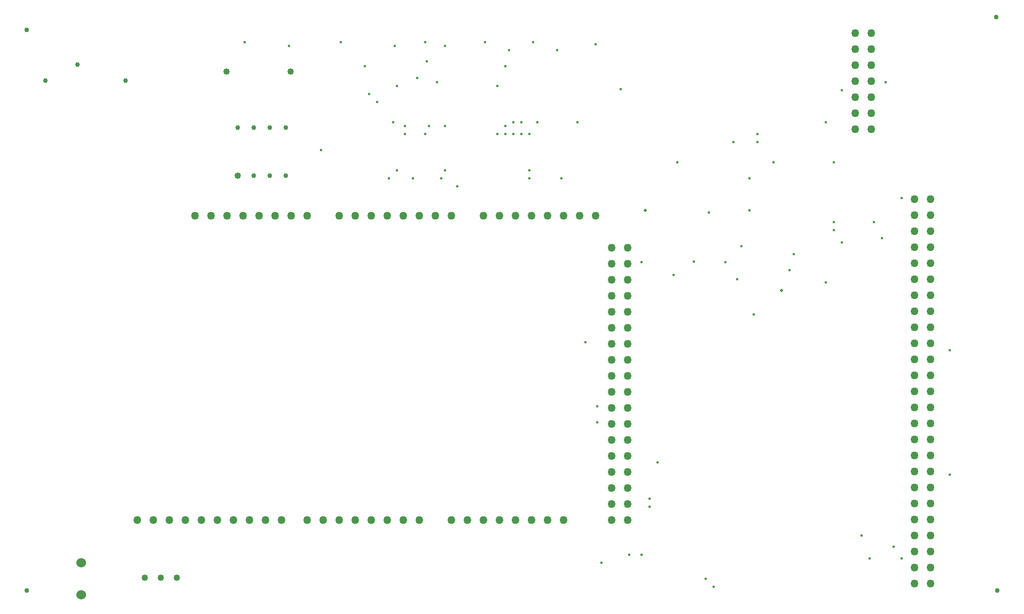
<source format=gbr>
G04 PROTEUS GERBER X2 FILE*
%TF.GenerationSoftware,Labcenter,Proteus,8.13-SP0-Build31525*%
%TF.CreationDate,2024-05-27T19:23:28+00:00*%
%TF.FileFunction,Plated,1,4,PTH*%
%TF.FilePolarity,Positive*%
%TF.Part,Single*%
%TF.SameCoordinates,{9f2e17e2-6f08-49dd-ae8b-9f6cb0eb8b28}*%
%FSLAX45Y45*%
%MOMM*%
G01*
%TA.AperFunction,ViaDrill*%
%ADD63C,0.381000*%
%ADD64C,0.508000*%
%TA.AperFunction,ComponentDrill*%
%ADD65C,1.270000*%
%TA.AperFunction,ComponentDrill*%
%ADD66C,1.016000*%
%ADD67C,1.524000*%
%TA.AperFunction,ComponentDrill*%
%ADD68C,0.762000*%
%TA.AperFunction,OtherDrill,Unknown*%
%ADD69C,0.762000*%
%TD.AperFunction*%
D63*
X+63500Y+2794000D03*
X-63500Y+2794000D03*
X+317500Y+2222500D03*
X+317500Y+2095500D03*
X-1016000Y+2222500D03*
X-190500Y+2794000D03*
X-1079500Y+2095500D03*
X-1333500Y+2794000D03*
X-1651000Y+2794000D03*
X-1778000Y+2222500D03*
X-1905000Y+2095500D03*
X-2667000Y+4254500D03*
X-1460500Y+3683000D03*
X-1016000Y+2921000D03*
X+3238500Y-4381500D03*
X+2222500Y-3111500D03*
X+2222500Y-2984500D03*
X+2095500Y-3873500D03*
X+6985000Y-2603500D03*
X+3111500Y-4254500D03*
X+5270500Y+3492500D03*
X+5969000Y+3619500D03*
X-1143000Y+3619500D03*
X-2286000Y+3873500D03*
X-1270000Y+2921000D03*
X+3937000Y+2794000D03*
X+1206500Y-508000D03*
X+6096000Y-3746500D03*
X+1397000Y-1778000D03*
X+5715000Y-3937000D03*
X+1397000Y-1524000D03*
X+6985000Y-635000D03*
X+3873500Y-63500D03*
X-1016000Y+4191000D03*
X-190500Y+3556000D03*
X-63500Y+2921000D03*
X-63500Y+3873500D03*
D64*
X+2159000Y+1587500D03*
X+4318000Y+317500D03*
D63*
X+63500Y+2984500D03*
X-381000Y+4254500D03*
X+2349500Y-2413000D03*
X-3492500Y+4191000D03*
X-1651000Y+2921000D03*
X-2095500Y+3302000D03*
X-4191000Y+4254500D03*
X-1778000Y+3556000D03*
X-2222500Y+3429000D03*
X-1841500Y+2984500D03*
X+5016500Y+444500D03*
X+3810000Y+2095500D03*
X+4191000Y+2349500D03*
X+5143500Y+1270000D03*
X+190500Y+2794000D03*
X-2984500Y+2540000D03*
X+0Y+4127500D03*
X+190500Y+2984500D03*
X+317500Y+2794000D03*
X+1079500Y+2984500D03*
X+825500Y+2095500D03*
X+6223000Y+1778000D03*
X+381000Y+4254500D03*
X-825500Y+1968500D03*
X+762000Y+4127500D03*
X+444500Y+2984500D03*
X+3810000Y+1587500D03*
X+2095500Y+762000D03*
X+2667000Y+2349500D03*
X+4445000Y+635000D03*
X+3429000Y+762000D03*
X+5778500Y+1397000D03*
X+5143500Y+1397000D03*
X+5143500Y+2349500D03*
X+3556000Y+2667000D03*
X+4508500Y+889000D03*
X+3683000Y+1016000D03*
X+5905500Y+1143000D03*
X+3937000Y+2667000D03*
X+5270500Y+1079500D03*
X+5016500Y+2984500D03*
X+3615633Y+490208D03*
X+2603500Y+558800D03*
X+2929648Y+772945D03*
X+3162300Y+1549400D03*
X+1769316Y+3504046D03*
X+1371600Y+4216400D03*
X-1333500Y+4254500D03*
X-1303486Y+3944921D03*
X-1813288Y+4194742D03*
X-1524000Y+2095500D03*
X+1460500Y-4000500D03*
X+6223000Y-3937000D03*
X+1905000Y-3873500D03*
X+5588000Y-3568700D03*
D65*
X-4978400Y+1498600D03*
X-4724400Y+1498600D03*
X-4470400Y+1498600D03*
X-4216400Y+1498600D03*
X-3962400Y+1498600D03*
X-3708400Y+1498600D03*
X-3454400Y+1498600D03*
X-3200400Y+1498600D03*
X-2692400Y+1498600D03*
X-2438400Y+1498600D03*
X-2184400Y+1498600D03*
X-1930400Y+1498600D03*
X-1676400Y+1498600D03*
X-1422400Y+1498600D03*
X-1168400Y+1498600D03*
X-914400Y+1498600D03*
X-406400Y+1498600D03*
X-152400Y+1498600D03*
X+101600Y+1498600D03*
X+355600Y+1498600D03*
X+609600Y+1498600D03*
X+863600Y+1498600D03*
X+1117600Y+1498600D03*
X+1371600Y+1498600D03*
X+1625600Y+990600D03*
X+1625600Y+736600D03*
X+1625600Y+482600D03*
X+1625600Y+228600D03*
X+1625600Y-25400D03*
X+1625600Y-279400D03*
X+1625600Y-533400D03*
X+1625600Y-787400D03*
X+1625600Y-1041400D03*
X+1625600Y-1295400D03*
X+1625600Y-1549400D03*
X+1625600Y-1803400D03*
X+1625600Y-2057400D03*
X+1625600Y-2311400D03*
X+1625600Y-2565400D03*
X+1625600Y-2819400D03*
X+1625600Y-3073400D03*
X+1625600Y-3327400D03*
X+1879600Y+990600D03*
X+1879600Y+736600D03*
X+1879600Y+482600D03*
X+1879600Y+228600D03*
X+1879600Y-25400D03*
X+1879600Y-279400D03*
X+1879600Y-533400D03*
X+1879600Y-787400D03*
X+1879600Y-1041400D03*
X+1879600Y-1295400D03*
X+1879600Y-1549400D03*
X+1879600Y-1803400D03*
X+1879600Y-2057400D03*
X+1879600Y-2311400D03*
X+1879600Y-2565400D03*
X+1879600Y-2819400D03*
X+1879600Y-3073400D03*
X+1879600Y-3327400D03*
X+863600Y-3327400D03*
X+609600Y-3327400D03*
X+355600Y-3327400D03*
X+101600Y-3327400D03*
X-152400Y-3327400D03*
X-406400Y-3327400D03*
X-660400Y-3327400D03*
X-914400Y-3327400D03*
X-1422400Y-3327400D03*
X-1676400Y-3327400D03*
X-1930400Y-3327400D03*
X-2184400Y-3327400D03*
X-2438400Y-3327400D03*
X-2692400Y-3327400D03*
X-2946400Y-3327400D03*
X-3200400Y-3327400D03*
X-3606800Y-3327400D03*
X-3860800Y-3327400D03*
X-4114800Y-3327400D03*
X-4368800Y-3327400D03*
X-4622800Y-3327400D03*
X-4876800Y-3327400D03*
X-5130800Y-3327400D03*
X-5384800Y-3327400D03*
X-5638800Y-3327400D03*
X-5892800Y-3327400D03*
D66*
X-4483100Y+3784600D03*
X-3467100Y+3784600D03*
D65*
X+5488940Y+4396740D03*
X+5742940Y+4396740D03*
X+5488940Y+4142740D03*
X+5742940Y+4142740D03*
X+5488940Y+3888740D03*
X+5742940Y+3888740D03*
X+5488940Y+3634740D03*
X+5742940Y+3634740D03*
X+5488940Y+3380740D03*
X+5742940Y+3380740D03*
X+5488940Y+3126740D03*
X+5742940Y+3126740D03*
X+5488940Y+2872740D03*
X+5742940Y+2872740D03*
D67*
X-6781800Y-4000500D03*
X-6781800Y-4508500D03*
D66*
X-4305300Y+2133600D03*
D68*
X-4051300Y+2133600D03*
X-3797300Y+2133600D03*
X-3543300Y+2133600D03*
X-3543300Y+2895600D03*
X-3797300Y+2895600D03*
X-4051300Y+2895600D03*
X-4305300Y+2895600D03*
D65*
X+6421120Y-4330700D03*
X+6675120Y-4330700D03*
X+6421120Y-4076700D03*
X+6675120Y-4076700D03*
X+6421120Y-3822700D03*
X+6675120Y-3822700D03*
X+6421120Y-3568700D03*
X+6675120Y-3568700D03*
X+6421120Y-3314700D03*
X+6675120Y-3314700D03*
X+6421120Y-3060700D03*
X+6675120Y-3060700D03*
X+6421120Y-2806700D03*
X+6675120Y-2806700D03*
X+6421120Y-2552700D03*
X+6675120Y-2552700D03*
X+6421120Y-2298700D03*
X+6675120Y-2298700D03*
X+6421120Y-2044700D03*
X+6675120Y-2044700D03*
X+6421120Y-1790700D03*
X+6675120Y-1790700D03*
X+6421120Y-1536700D03*
X+6675120Y-1536700D03*
X+6421120Y-1282700D03*
X+6675120Y-1282700D03*
X+6421120Y-1028700D03*
X+6675120Y-1028700D03*
X+6421120Y-774700D03*
X+6675120Y-774700D03*
X+6421120Y-520700D03*
X+6675120Y-520700D03*
X+6421120Y-266700D03*
X+6675120Y-266700D03*
X+6421120Y-12700D03*
X+6675120Y-12700D03*
X+6421120Y+241300D03*
X+6675120Y+241300D03*
X+6421120Y+495300D03*
X+6675120Y+495300D03*
X+6421120Y+749300D03*
X+6675120Y+749300D03*
X+6421120Y+1003300D03*
X+6675120Y+1003300D03*
X+6421120Y+1257300D03*
X+6675120Y+1257300D03*
X+6421120Y+1511300D03*
X+6675120Y+1511300D03*
X+6421120Y+1765300D03*
X+6675120Y+1765300D03*
D69*
X-7645400Y-4445000D03*
X-7645400Y+4445000D03*
X+7721600Y+4648200D03*
X+7734300Y-4445000D03*
D68*
X-6083300Y+3644900D03*
X-7353300Y+3644900D03*
X-6845300Y+3898900D03*
D66*
X-5778500Y-4241800D03*
X-5524500Y-4241800D03*
X-5270500Y-4241800D03*
M02*

</source>
